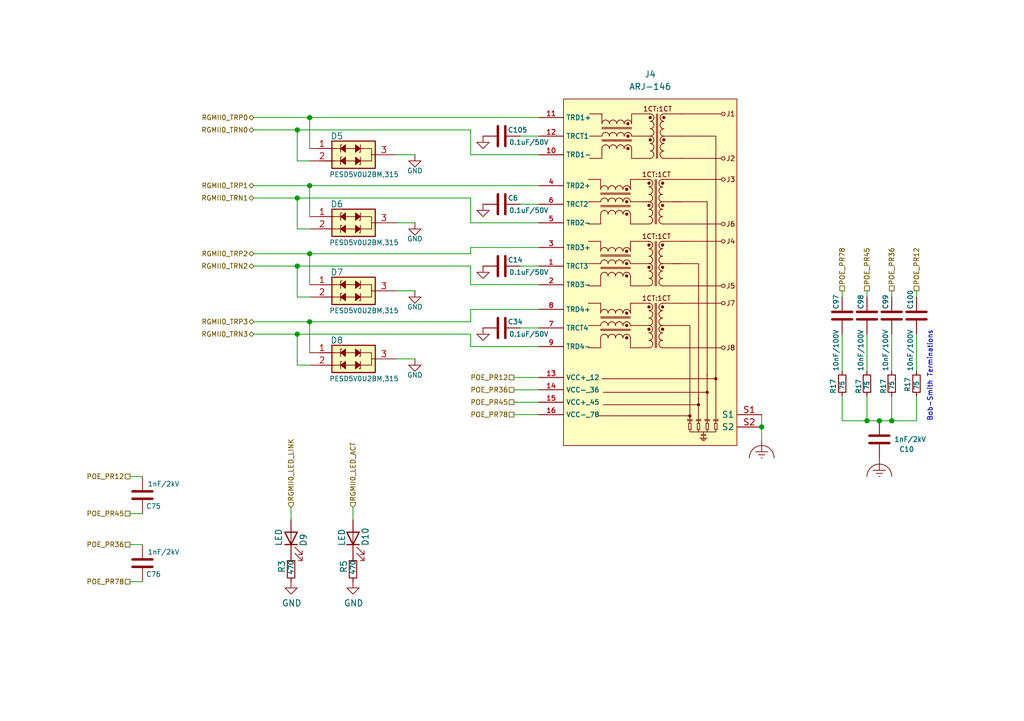
<source format=kicad_sch>
(kicad_sch (version 20250114) (generator "eeschema") (generator_version "9.0")
  (paper "A5")
  (title_block (title "ETH0") (company "OpenSoundCam"))
  (lib_symbols
    (symbol "Device:C" (pin_numbers (hide yes)) (pin_names (offset 0.254))
      (property "Reference" "C" (at 0.635 2.54 0))
      (property "Value" "C" (at 0.635 -2.54 0))
      (symbol "C_1_1"
        (pin passive line (at 0 3.81 270) (length 2.794) (name "~") (number "1"))
        (pin passive line (at 0 -3.81 90) (length 2.794) (name "~") (number "2"))
      )
    )
    (symbol "Device:LED" (pin_numbers (hide yes)) (pin_names (offset 1.016) (hide yes))
      (property "Reference" "D" (at 0 2.54 0))
      (property "Value" "LED" (at 0 -2.54 0))
      (symbol "LED_1_1"
        (pin passive line (at -3.81 0 0) (length 2.54) (name "K") (number "1"))
        (pin passive line (at 3.81 0 180) (length 2.54) (name "A") (number "2"))
      )
    )
    (symbol "Device:R_Small" (pin_numbers (hide yes)) (pin_names (offset 0.254) (hide yes))
      (property "Reference" "R" (at 0.762 0.508 0))
      (property "Value" "R_Small" (at 0.762 -1.016 0))
      (symbol "R_Small_1_1"
        (pin passive line (at 0 2.54 270) (length 0.762) (name "~") (number "1"))
        (pin passive line (at 0 -2.54 90) (length 0.762) (name "~") (number "2"))
      )
    )
    (symbol "PESD5V0U2BM:PESD5V0U2BM,315"
      (property "Reference" "D" (at 19.05 7.62 0))
      (property "Value" "PESD5V0U2BM,315" (at 19.05 5.08 0))
      (symbol "PESD5V0U2BM,315_1_1"
        (pin passive line (at 0 0 0) (length 5.08) (name "") (number "1"))
        (pin passive line (at 0 -2.54 0) (length 5.08) (name "") (number "2"))
        (pin passive line (at 17.78 -1.27 180) (length 5.08) (name "") (number "3"))
      )
    )
    (symbol "arj-146:ARJ-146"
      (property "Reference" "J?" (at 17.018 70.612 0))
      (property "Value" "ARJ-146" (at 17.018 68.072 0))
      (symbol "ARJ-146_1_1"
        (text "1CT:1CT\n" (at 19.05 49.276 0) (effects (font (size 0.9906 0.9906))))
        (text "1CT:1CT\n" (at 19.05 36.576 0) (effects (font (size 0.9906 0.9906))))
        (text "1CT:1CT\n" (at 19.05 23.876 0) (effects (font (size 0.9906 0.9906))))
        (text "1CT:1CT\n" (at 19.304 62.738 0) (effects (font (size 0.9906 0.9906))))
        (text "J1" (at 34.29 61.722 0) (effects (font (size 1.016 1.016))))
        (text "J2\n" (at 34.29 52.578 0) (effects (font (size 1.016 1.016))))
        (text "J3" (at 34.29 48.26 0) (effects (font (size 1.016 1.016))))
        (text "J6" (at 34.29 39.116 0) (effects (font (size 1.016 1.016))))
        (text "J4" (at 34.29 35.56 0) (effects (font (size 1.016 1.016))))
        (text "J5" (at 34.29 26.416 0) (effects (font (size 1.016 1.016))))
        (text "J7" (at 34.29 22.86 0) (effects (font (size 1.016 1.016))))
        (text "J8" (at 34.29 13.716 0) (effects (font (size 1.016 1.016))))
        (pin passive line (at -5.08 60.96 0) (length 5.08) (name "TRD1+") (number "11"))
        (pin passive line (at -5.08 57.15 0) (length 5.08) (name "TRCT1") (number "12"))
        (pin passive line (at -5.08 53.34 0) (length 5.08) (name "TRD1-") (number "10"))
        (pin passive line (at -5.08 46.99 0) (length 5.08) (name "TRD2+") (number "4"))
        (pin passive line (at -5.08 43.18 0) (length 5.08) (name "TRCT2") (number "6"))
        (pin passive line (at -5.08 39.37 0) (length 5.08) (name "TRD2-") (number "5"))
        (pin passive line (at -5.08 34.29 0) (length 5.08) (name "TRD3+") (number "3"))
        (pin passive line (at -5.08 30.48 0) (length 5.08) (name "TRCT3") (number "1"))
        (pin passive line (at -5.08 26.67 0) (length 5.08) (name "TRD3-") (number "2"))
        (pin passive line (at -5.08 21.59 0) (length 5.08) (name "TRD4+") (number "8"))
        (pin passive line (at -5.08 17.78 0) (length 5.08) (name "TRCT4") (number "7"))
        (pin passive line (at -5.08 13.97 0) (length 5.08) (name "TRD4-") (number "9"))
        (pin passive line (at -5.08 7.62 0) (length 5.08) (name "VCC+_12") (number "13"))
        (pin passive line (at -5.08 5.08 0) (length 5.08) (name "VCC-_36") (number "14"))
        (pin passive line (at -5.08 2.54 0) (length 5.08) (name "VCC+_45") (number "15"))
        (pin passive line (at -5.08 0 0) (length 5.08) (name "VCC-_78") (number "16"))
        (pin passive line (at 40.64 0 180) (length 5.08) (name "S1") (number "S1"))
        (pin passive line (at 40.64 -2.54 180) (length 5.08) (name "S2") (number "S2"))
      )
    )
    (symbol "matrix_rpi-rescue:R_Small-matrix_rpi-rescue-matrix_rpi-rescue" (pin_numbers (hide yes)) (pin_names (offset 0.254) (hide yes))
      (property "Reference" "R" (at 0.762 0.508 0))
      (property "Value" "matrix_rpi-rescue_R_Small-matrix_rpi-rescue" (at 0.762 -1.016 0))
      (symbol "R_Small-matrix_rpi-rescue-matrix_rpi-rescue_1_1"
        (pin passive line (at 0 2.54 270) (length 0.762) (name "~") (number "1"))
        (pin passive line (at 0 -2.54 90) (length 0.762) (name "~") (number "2"))
      )
    )
    (symbol "power:Earth_Clean" (power) (pin_names (offset 0))
      (symbol "Earth_Clean_1_1"
        (pin power_in line (at 0 0 270) (length 0) (hide yes) (name "Earth_Clean") (number "1"))
      )
    )
    (symbol "power:GND" (power) (pin_numbers (hide yes)) (pin_names (offset 0) (hide yes))
      (property "Value" "GND" (at 0 -3.81 0))
      (symbol "GND_1_1"
        (pin power_in line (at 0 0 270) (length 0) (name "~") (number "1"))
      )
    )
  )
  (text "Bob-Smith Terminations" (at 190.754 77.216 90) (effects (font (size 1 1))))
  (junction (at 63.5 24.13))
  (junction (at 60.96 68.58))
  (junction (at 180.34 86.36))
  (junction (at 60.96 54.61))
  (junction (at 60.96 40.64))
  (junction (at 177.8 86.36))
  (junction (at 63.5 66.04))
  (junction (at 156.21 87.63))
  (junction (at 182.88 86.36))
  (junction (at 60.96 26.67))
  (junction (at 63.5 52.07))
  (junction (at 63.5 38.1))
  (wire (pts (xy 60.96 46.99) (xy 60.96 40.64)))
  (wire (pts (xy 63.5 24.13) (xy 110.49 24.13)))
  (wire (pts (xy 187.96 68.58) (xy 187.96 76.2)))
  (wire (pts (xy 96.52 40.64) (xy 96.52 45.72)))
  (wire (pts (xy 63.5 60.96) (xy 60.96 60.96)))
  (wire (pts (xy 60.96 40.64) (xy 96.52 40.64)))
  (wire (pts (xy 85.09 31.75) (xy 81.28 31.75)))
  (wire (pts (xy 106.68 41.91) (xy 110.49 41.91)))
  (wire (pts (xy 105.41 77.47) (xy 110.49 77.47)))
  (wire (pts (xy 60.96 68.58) (xy 60.96 74.93)))
  (wire (pts (xy 60.96 26.67) (xy 96.52 26.67)))
  (wire (pts (xy 182.88 86.36) (xy 187.96 86.36)))
  (wire (pts (xy 96.52 54.61) (xy 96.52 58.42)))
  (wire (pts (xy 72.39 106.68) (xy 72.39 104.14)))
  (wire (pts (xy 63.5 46.99) (xy 60.96 46.99)))
  (wire (pts (xy 177.8 81.28) (xy 177.8 86.36)))
  (wire (pts (xy 177.8 86.36) (xy 172.72 86.36)))
  (wire (pts (xy 63.5 52.07) (xy 96.52 52.07)))
  (wire (pts (xy 63.5 38.1) (xy 110.49 38.1)))
  (wire (pts (xy 96.52 58.42) (xy 110.49 58.42)))
  (wire (pts (xy 63.5 74.93) (xy 60.96 74.93)))
  (wire (pts (xy 96.52 66.04) (xy 96.52 63.5)))
  (wire (pts (xy 105.41 80.01) (xy 110.49 80.01)))
  (wire (pts (xy 52.07 52.07) (xy 63.5 52.07)))
  (wire (pts (xy 52.07 68.58) (xy 60.96 68.58)))
  (wire (pts (xy 177.8 86.36) (xy 180.34 86.36)))
  (wire (pts (xy 172.72 81.28) (xy 172.72 86.36)))
  (wire (pts (xy 63.5 33.02) (xy 60.96 33.02)))
  (wire (pts (xy 52.07 38.1) (xy 63.5 38.1)))
  (wire (pts (xy 182.88 81.28) (xy 182.88 86.36)))
  (wire (pts (xy 96.52 45.72) (xy 110.49 45.72)))
  (wire (pts (xy 96.52 26.67) (xy 96.52 31.75)))
  (wire (pts (xy 105.41 85.09) (xy 110.49 85.09)))
  (wire (pts (xy 105.41 82.55) (xy 110.49 82.55)))
  (wire (pts (xy 106.68 67.31) (xy 110.49 67.31)))
  (wire (pts (xy 63.5 52.07) (xy 63.5 58.42)))
  (wire (pts (xy 60.96 54.61) (xy 96.52 54.61)))
  (wire (pts (xy 85.09 73.66) (xy 81.28 73.66)))
  (wire (pts (xy 26.67 119.38) (xy 29.21 119.38)))
  (wire (pts (xy 96.52 71.12) (xy 110.49 71.12)))
  (wire (pts (xy 63.5 38.1) (xy 63.5 44.45)))
  (wire (pts (xy 96.52 68.58) (xy 96.52 71.12)))
  (wire (pts (xy 52.07 26.67) (xy 60.96 26.67)))
  (wire (pts (xy 156.21 87.63) (xy 156.21 90.17)))
  (wire (pts (xy 187.96 81.28) (xy 187.96 86.36)))
  (wire (pts (xy 156.21 85.09) (xy 156.21 87.63)))
  (wire (pts (xy 52.07 66.04) (xy 63.5 66.04)))
  (wire (pts (xy 182.88 59.69) (xy 182.88 60.96)))
  (wire (pts (xy 60.96 68.58) (xy 96.52 68.58)))
  (wire (pts (xy 26.67 111.76) (xy 29.21 111.76)))
  (wire (pts (xy 96.52 63.5) (xy 110.49 63.5)))
  (wire (pts (xy 59.69 106.68) (xy 59.69 104.14)))
  (wire (pts (xy 177.8 59.69) (xy 177.8 60.96)))
  (wire (pts (xy 187.96 59.69) (xy 187.96 60.96)))
  (wire (pts (xy 172.72 59.69) (xy 172.72 60.96)))
  (wire (pts (xy 110.49 50.8) (xy 96.52 50.8)))
  (wire (pts (xy 63.5 24.13) (xy 63.5 30.48)))
  (wire (pts (xy 96.52 31.75) (xy 110.49 31.75)))
  (wire (pts (xy 180.34 86.36) (xy 182.88 86.36)))
  (wire (pts (xy 182.88 68.58) (xy 182.88 76.2)))
  (wire (pts (xy 106.68 54.61) (xy 110.49 54.61)))
  (wire (pts (xy 52.07 40.64) (xy 60.96 40.64)))
  (wire (pts (xy 60.96 33.02) (xy 60.96 26.67)))
  (wire (pts (xy 60.96 60.96) (xy 60.96 54.61)))
  (wire (pts (xy 85.09 45.72) (xy 81.28 45.72)))
  (wire (pts (xy 96.52 52.07) (xy 96.52 50.8)))
  (wire (pts (xy 52.07 24.13) (xy 63.5 24.13)))
  (wire (pts (xy 26.67 97.79) (xy 29.21 97.79)))
  (wire (pts (xy 26.67 105.41) (xy 29.21 105.41)))
  (wire (pts (xy 63.5 66.04) (xy 63.5 72.39)))
  (wire (pts (xy 63.5 66.04) (xy 96.52 66.04)))
  (wire (pts (xy 52.07 54.61) (xy 60.96 54.61)))
  (wire (pts (xy 172.72 68.58) (xy 172.72 76.2)))
  (wire (pts (xy 177.8 68.58) (xy 177.8 76.2)))
  (wire (pts (xy 106.68 27.94) (xy 110.49 27.94)))
  (wire (pts (xy 85.09 59.69) (xy 81.28 59.69)))
  (hierarchical_label "RGMII0_TRP0" (shape bidirectional) (at 52.07 24.13 180) (effects (font (size 0.9906 0.9906))))
  (hierarchical_label "POE_PR36" (shape passive) (at 105.41 80.01 180) (effects (font (size 1 1))))
  (hierarchical_label "RGMII0_TRN2" (shape bidirectional) (at 52.07 54.61 180) (effects (font (size 0.9906 0.9906))))
  (hierarchical_label "RGMII0_TRN1" (shape bidirectional) (at 52.07 40.64 180) (effects (font (size 0.9906 0.9906))))
  (hierarchical_label "RGMII0_LED_LINK" (shape input) (at 59.69 104.14 90) (effects (font (size 1.016 1.016))))
  (hierarchical_label "RGMII0_TRP1" (shape bidirectional) (at 52.07 38.1 180) (effects (font (size 0.9906 0.9906))))
  (hierarchical_label "POE_PR12" (shape passive) (at 187.96 59.69 90) (effects (font (size 1 1))))
  (hierarchical_label "RGMII0_LED_ACT" (shape input) (at 72.39 104.14 90) (effects (font (size 1.016 1.016))))
  (hierarchical_label "POE_PR12" (shape passive) (at 105.41 77.47 180) (effects (font (size 1 1))))
  (hierarchical_label "RGMII0_TRN3" (shape bidirectional) (at 52.07 68.58 180) (effects (font (size 0.9906 0.9906))))
  (hierarchical_label "POE_PR36" (shape passive) (at 182.88 59.69 90) (effects (font (size 1 1))))
  (hierarchical_label "POE_PR36" (shape passive) (at 26.67 111.76 180) (effects (font (size 1 1))))
  (hierarchical_label "POE_PR45" (shape passive) (at 105.41 82.55 180) (effects (font (size 1 1))))
  (hierarchical_label "RGMII0_TRP3" (shape bidirectional) (at 52.07 66.04 180) (effects (font (size 0.9906 0.9906))))
  (hierarchical_label "POE_PR45" (shape passive) (at 26.67 105.41 180) (effects (font (size 1 1))))
  (hierarchical_label "RGMII0_TRP2" (shape bidirectional) (at 52.07 52.07 180) (effects (font (size 0.9906 0.9906))))
  (hierarchical_label "POE_PR45" (shape passive) (at 177.8 59.69 90) (effects (font (size 1 1))))
  (hierarchical_label "POE_PR78" (shape passive) (at 26.67 119.38 180) (effects (font (size 1 1))))
  (hierarchical_label "POE_PR12" (shape passive) (at 26.67 97.79 180) (effects (font (size 1 1))))
  (hierarchical_label "POE_PR78" (shape passive) (at 105.41 85.09 180) (effects (font (size 1 1))))
  (hierarchical_label "RGMII0_TRN0" (shape bidirectional) (at 52.07 26.67 180) (effects (font (size 0.9906 0.9906))))
  (hierarchical_label "POE_PR78" (shape passive) (at 172.72 59.69 90) (effects (font (size 1 1))))
  (symbol (lib_id "Device:R_Small") (at 72.39 116.84 180) (unit 1)
    (property "Reference" "R5" (at 70.485 114.935 90) (effects (justify left)))
    (property "Value" "470" (at 72.39 114.935 90) (effects (font (size 1 1)) (justify left)))
    (property "Footprint" "smd:R_0402_1005Metric" (effects (hide yes)))
    (property "Datasheet" "https://api.pim.na.industrial.panasonic.com/file_stream/main/fileversion/1263" (effects (hide yes)))
    (property "Manufacturer_Part_Number" "0402WGF470LTCE" (effects (hide yes)))
    (property "LCSC" "C423162" (effects (hide yes)))
  )
  (symbol (lib_id "power:GND") (at 72.39 119.38 0) (unit 1)
    (property "Reference" "#PWR0124" (effects (hide yes)))
    (property "Value" "GND" (at 72.517 123.7742 0))
  )
  (symbol (lib_id "PESD5V0U2BM:PESD5V0U2BM,315") (at 63.5 44.45 0) (unit 1)
    (property "Reference" "D6" (at 69.088 41.91 0))
    (property "Value" "PESD5V0U2BM,315" (at 74.676 49.784 0) (effects (font (size 1 1))))
    (property "Footprint" "smd:PESD3V3L2UM315" (effects (hide yes)))
    (property "Datasheet" "https://assets.nexperia.com/documents/data-sheet/PESD5V0U2BM.pdf" (effects (hide yes)))
    (property "Description" "PESD5V0U2BM - Ultra low capacitance bidirectional double ESD protection array" (effects (hide yes)))
    (property "Mouser Price/Stock" "https://www.mouser.co.uk/ProductDetail/Nexperia/PESD5V0U2BM315?qs=PJ263BbL1t2vLeZnWjFr1w%3D%3D" (effects (hide yes)))
    (property "Manufacturer_Name" "Nexperia" (effects (hide yes)))
    (property "Manufacturer_Part_Number" "PESD5V0U2BM,315" (effects (hide yes)))
    (property "LCSC" "C552578" (effects (hide yes)))
  )
  (symbol (lib_id "power:GND") (at 99.06 54.61 0) (unit 1)
    (property "Reference" "#PWR067" (effects (hide yes)))
    (property "Value" "GND" (effects (hide yes)))
    (property "Description" "Power symbol creates a global label with name \"GND\" , ground" (effects (hide yes)))
  )
  (symbol (lib_id "PESD5V0U2BM:PESD5V0U2BM,315") (at 63.5 58.42 0) (unit 1)
    (property "Reference" "D7" (at 69.088 55.88 0))
    (property "Value" "PESD5V0U2BM,315" (at 74.676 63.754 0) (effects (font (size 1 1))))
    (property "Footprint" "smd:PESD3V3L2UM315" (effects (hide yes)))
    (property "Datasheet" "https://assets.nexperia.com/documents/data-sheet/PESD5V0U2BM.pdf" (effects (hide yes)))
    (property "Description" "PESD5V0U2BM - Ultra low capacitance bidirectional double ESD protection array" (effects (hide yes)))
    (property "Mouser Price/Stock" "https://www.mouser.co.uk/ProductDetail/Nexperia/PESD5V0U2BM315?qs=PJ263BbL1t2vLeZnWjFr1w%3D%3D" (effects (hide yes)))
    (property "Manufacturer_Name" "Nexperia" (effects (hide yes)))
    (property "Manufacturer_Part_Number" "PESD5V0U2BM,315" (effects (hide yes)))
    (property "LCSC" "C552578" (effects (hide yes)))
  )
  (symbol (lib_id "Device:C") (at 102.87 67.31 270) (mirror x) (unit 1)
    (property "Reference" "C34" (at 104.14 66.04 90) (effects (font (size 1 1)) (justify left)))
    (property "Value" "0.1uF/50V" (at 104.394 68.58 90) (effects (font (size 1 1)) (justify left)))
    (property "Footprint" "smd:C_0402_1005Metric" (effects (hide yes)))
    (property "Datasheet" "https://search.murata.co.jp/Ceramy/image/img/A01X/G101/ENG/GRM155R71H104KE14-01.pdf" (effects (hide yes)))
    (property "Description" "CAP CER 0.1UF 50V X7R 0402" (effects (hide yes)))
    (property "Manufacturer_Part_Number" "GRM155R71H104KE14D" (effects (hide yes)))
    (property "LCSC" "C77020" (effects (hide yes)))
  )
  (symbol (lib_id "power:Earth_Clean") (at 180.34 93.98 0) (unit 1)
    (property "Reference" "#PWR01" (effects (hide yes)))
    (property "Value" "Earth_Clean" (effects (hide yes)))
    (property "Description" "Power symbol creates a global label with name \"Earth_Clean\"" (effects (hide yes)))
  )
  (symbol (lib_id "power:GND") (at 85.09 59.69 0) (unit 1)
    (property "Reference" "#PWR025" (effects (hide yes)))
    (property "Value" "GND" (at 85.09 62.992 0) (effects (font (size 1 1))))
    (property "Description" "Power symbol creates a global label with name \"GND\" , ground" (effects (hide yes)))
  )
  (symbol (lib_id "matrix_rpi-rescue:R_Small-matrix_rpi-rescue-matrix_rpi-rescue") (at 172.72 78.74 0) (mirror y) (unit 1)
    (property "Reference" "R13" (at 170.8785 80.8355 90) (effects (font (size 1 1)) (justify left)))
    (property "Value" "75" (at 172.72 80.01 90) (effects (font (size 0.889 0.889)) (justify left)))
    (property "Footprint" "Resistor_SMD:R_0402_1005Metric" (effects (hide yes)))
    (property "Datasheet" "https://industrial.panasonic.com/cdbs/www-data/pdf/RDA0000/AOA0000C304.pdf" (effects (hide yes)))
    (property "Description" "75 Ohms ±1% 0.1W, 1/10W Chip Resistor 0402 (1005 Metric) Automotive AEC-Q200 Thick Film" (effects (hide yes)))
    (property "Manufacturer_Part_Number" " NQ02WGJ0750TCE" (effects (hide yes)))
    (property "LCSC" "C25133" (effects (hide yes)))
    (instances (project "matrix_rpi" (path "" (reference "R17") (unit 1))) (project "power_watch_computer_board" (path "" (reference "R100") (unit 1))) (project "controller" (path "" (reference "R13") (unit 1))))
  )
  (symbol (lib_id "Device:C") (at 177.8 64.77 0) (unit 1)
    (property "Reference" "C8" (at 176.53 63.5 90) (effects (font (size 1 1)) (justify left)))
    (property "Value" "10nF/100V" (at 176.53 76.2 90) (effects (font (size 1 1)) (justify left)))
    (property "Footprint" "Capacitor_SMD:C_0805_2012Metric" (effects (hide yes)))
    (property "Datasheet" "https://connect.kemet.com:7667/gateway/IntelliData-ComponentDocumentation/1.0/download/datasheet/C0805C103J1RACTU" (effects (hide yes)))
    (property "Description" "10000 pF ±5% 100V Ceramic Capacitor X7R 0805 (2012 Metric)" (effects (hide yes)))
    (property "Manufacturer_Part_Number" "CC0805KRX7R0BB103" (effects (hide yes)))
    (property "LCSC" "C107135" (effects (hide yes)))
    (instances (project "power_watch_computer_board" (path "" (reference "C98") (unit 1))) (project "controller" (path "" (reference "C8") (unit 1))))
  )
  (symbol (lib_id "Device:C") (at 180.34 90.17 0) (unit 1)
    (property "Reference" "C10" (at 184.404 92.202 0) (effects (font (size 1 1)) (justify left)))
    (property "Value" "1nF/2kV" (at 183.388 90.17 0) (effects (font (size 1 1)) (justify left)))
    (property "Footprint" "Capacitor_SMD:C_1206_3216Metric" (effects (hide yes)))
    (property "Datasheet" "https://www.johansondielectrics.com/downloads/catalog/johanson-dielectrics-product-catalog.pdf" (effects (hide yes)))
    (property "Description" "CAP CER 1000PF 2KV X7R 1206" (effects (hide yes)))
    (property "Manufacturer_Part_Number" "1206B102K202NT" (effects (hide yes)))
    (property "LCSC" "C9196" (effects (hide yes)))
  )
  (symbol (lib_id "Device:LED") (at 59.69 110.49 90) (unit 1)
    (property "Reference" "D9" (at 62.23 109.474 0) (effects (justify right)))
    (property "Value" "LED" (at 57.15 108.458 0) (effects (justify right)))
    (property "Footprint" "LED_SMD:LED_0402_1005Metric" (effects (hide yes)))
    (property "Datasheet" "https://www.qt-brightek.com/datasheet/QBLP595-IW-2897.pdf" (effects (hide yes)))
    (property "Manufacturer_Part_Number" "A-SP136G2C-C01-3T" (effects (hide yes)))
    (property "LCSC" "C5160718" (effects (hide yes)))
  )
  (symbol (lib_id "Device:C") (at 29.21 115.57 180) (unit 1)
    (property "Reference" "C44" (at 33.02 117.856 0) (effects (font (size 1 1)) (justify left)))
    (property "Value" "1nF/2kV" (at 36.83 113.284 0) (effects (font (size 1 1)) (justify left)))
    (property "Footprint" "Capacitor_SMD:C_1206_3216Metric" (effects (hide yes)))
    (property "Datasheet" "1nF/2kV" (effects (hide yes)))
    (property "Description" "CAP CER 1000PF 200V C0G/NP0 1206" (effects (hide yes)))
    (property "Manufacturer_Part_Number" "1206B102K202NT" (effects (hide yes)))
    (property "LCSC" "C9196" (effects (hide yes)))
    (instances (project "power_watch_computer_board" (path "" (reference "C76") (unit 1))) (project "controller" (path "" (reference "C44") (unit 1))))
  )
  (symbol (lib_id "Device:C") (at 182.88 64.77 0) (unit 1)
    (property "Reference" "C9" (at 181.61 63.5 90) (effects (font (size 1 1)) (justify left)))
    (property "Value" "10nF/100V" (at 181.61 76.2 90) (effects (font (size 1 1)) (justify left)))
    (property "Footprint" "Capacitor_SMD:C_0805_2012Metric" (effects (hide yes)))
    (property "Datasheet" "https://connect.kemet.com:7667/gateway/IntelliData-ComponentDocumentation/1.0/download/datasheet/C0805C103J1RACTU" (effects (hide yes)))
    (property "Description" "10000 pF ±5% 100V Ceramic Capacitor X7R 0805 (2012 Metric)" (effects (hide yes)))
    (property "Manufacturer_Part_Number" "CC0805KRX7R0BB103" (effects (hide yes)))
    (property "LCSC" "C107135" (effects (hide yes)))
    (instances (project "power_watch_computer_board" (path "" (reference "C99") (unit 1))) (project "controller" (path "" (reference "C9") (unit 1))))
  )
  (symbol (lib_id "power:GND") (at 59.69 119.38 0) (unit 1)
    (property "Reference" "#PWR082" (effects (hide yes)))
    (property "Value" "GND" (at 59.817 123.7742 0))
  )
  (symbol (lib_id "power:GND") (at 85.09 45.72 0) (unit 1)
    (property "Reference" "#PWR017" (effects (hide yes)))
    (property "Value" "GND" (at 85.09 49.022 0) (effects (font (size 1 1))))
    (property "Description" "Power symbol creates a global label with name \"GND\" , ground" (effects (hide yes)))
  )
  (symbol (lib_id "Device:C") (at 102.87 27.94 270) (mirror x) (unit 1)
    (property "Reference" "C5" (at 104.14 26.67 90) (effects (font (size 1 1)) (justify left)))
    (property "Value" "0.1uF/50V" (at 104.394 29.21 90) (effects (font (size 1 1)) (justify left)))
    (property "Footprint" "smd:C_0402_1005Metric" (effects (hide yes)))
    (property "Datasheet" "https://search.murata.co.jp/Ceramy/image/img/A01X/G101/ENG/GRM155R71H104KE14-01.pdf" (effects (hide yes)))
    (property "Description" "CAP CER 0.1UF 50V X7R 0402" (effects (hide yes)))
    (property "Manufacturer_Part_Number" "GRM155R71H104KE14D" (effects (hide yes)))
    (property "LCSC" "C77020" (effects (hide yes)))
    (instances (project "power_watch_computer_board" (path "" (reference "C105") (unit 1))) (project "controller" (path "" (reference "C5") (unit 1))))
  )
  (symbol (lib_id "power:GND") (at 99.06 67.31 0) (unit 1)
    (property "Reference" "#PWR066" (effects (hide yes)))
    (property "Value" "GND" (effects (hide yes)))
    (property "Description" "Power symbol creates a global label with name \"GND\" , ground" (effects (hide yes)))
  )
  (symbol (lib_id "matrix_rpi-rescue:R_Small-matrix_rpi-rescue-matrix_rpi-rescue") (at 177.8 78.74 0) (mirror y) (unit 1)
    (property "Reference" "R31" (at 176.0855 80.8355 90) (effects (font (size 1 1)) (justify left)))
    (property "Value" "75" (at 177.8 80.01 90) (effects (font (size 0.889 0.889)) (justify left)))
    (property "Footprint" "Resistor_SMD:R_0402_1005Metric" (effects (hide yes)))
    (property "Datasheet" "https://industrial.panasonic.com/cdbs/www-data/pdf/RDA0000/AOA0000C304.pdf" (effects (hide yes)))
    (property "Description" "75 Ohms ±1% 0.1W, 1/10W Chip Resistor 0402 (1005 Metric) Automotive AEC-Q200 Thick Film" (effects (hide yes)))
    (property "Manufacturer_Part_Number" " NQ02WGJ0750TCE" (effects (hide yes)))
    (property "LCSC" "C25133" (effects (hide yes)))
    (instances (project "matrix_rpi" (path "" (reference "R17") (unit 1))) (project "power_watch_computer_board" (path "" (reference "R101") (unit 1))) (project "controller" (path "" (reference "R31") (unit 1))))
  )
  (symbol (lib_id "arj-146:ARJ-146") (at 115.57 85.09 0) (unit 1)
    (property "Reference" "J4" (at 133.35 15.24 0))
    (property "Value" "ARJ-146" (at 133.35 17.78 0))
    (property "Footprint" "Conn:ARJ146" (effects (hide yes)))
    (property "Description" "Modular Connectors / Ethernet Connectors PoE 15W, 48V 350mA IL -1.2dB" (effects (hide yes)))
    (property "Mouser Price/Stock" "https://www.mouser.co.uk/ProductDetail/ABRACON/ARJ-146?qs=73bO73rho2i8vnpquVCqiw%3D%3D" (effects (hide yes)))
    (property "Manufacturer_Name" "ABRACON" (effects (hide yes)))
    (property "Manufacturer_Part_Number" "ARJ-146" (effects (hide yes)))
    (property "LCSC" "C6465659" (effects (hide yes)))
  )
  (symbol (lib_id "Device:C") (at 102.87 41.91 270) (mirror x) (unit 1)
    (property "Reference" "C6" (at 104.14 40.64 90) (effects (font (size 1 1)) (justify left)))
    (property "Value" "0.1uF/50V" (at 104.394 43.18 90) (effects (font (size 1 1)) (justify left)))
    (property "Footprint" "smd:C_0402_1005Metric" (effects (hide yes)))
    (property "Datasheet" "https://search.murata.co.jp/Ceramy/image/img/A01X/G101/ENG/GRM155R71H104KE14-01.pdf" (effects (hide yes)))
    (property "Description" "CAP CER 0.1UF 50V X7R 0402" (effects (hide yes)))
    (property "Manufacturer_Part_Number" "GRM155R71H104KE14D" (effects (hide yes)))
    (property "LCSC" "C77020" (effects (hide yes)))
  )
  (symbol (lib_id "power:Earth_Clean") (at 156.21 90.17 0) (unit 1)
    (property "Reference" "#PWR013" (effects (hide yes)))
    (property "Value" "Earth_Clean" (effects (hide yes)))
    (property "Description" "Power symbol creates a global label with name \"Earth_Clean\"" (effects (hide yes)))
  )
  (symbol (lib_id "Device:C") (at 29.21 101.6 180) (unit 1)
    (property "Reference" "C43" (at 33.02 103.886 0) (effects (font (size 1 1)) (justify left)))
    (property "Value" "1nF/2kV" (at 36.83 99.314 0) (effects (font (size 1 1)) (justify left)))
    (property "Footprint" "Capacitor_SMD:C_1206_3216Metric" (effects (hide yes)))
    (property "Datasheet" "1nF/2kV" (effects (hide yes)))
    (property "Description" "CAP CER 1000PF 200V C0G/NP0 1206" (effects (hide yes)))
    (property "Manufacturer_Part_Number" "1206B102K202NT" (effects (hide yes)))
    (property "LCSC" "C9196" (effects (hide yes)))
    (instances (project "power_watch_computer_board" (path "" (reference "C75") (unit 1))) (project "controller" (path "" (reference "C43") (unit 1))))
  )
  (symbol (lib_id "Device:R_Small") (at 59.69 116.84 180) (unit 1)
    (property "Reference" "R3" (at 57.785 114.935 90) (effects (justify left)))
    (property "Value" "470" (at 59.69 114.935 90) (effects (font (size 1 1)) (justify left)))
    (property "Footprint" "smd:R_0402_1005Metric" (effects (hide yes)))
    (property "Datasheet" "https://api.pim.na.industrial.panasonic.com/file_stream/main/fileversion/1263" (effects (hide yes)))
    (property "Manufacturer_Part_Number" "0402WGF470LTCE" (effects (hide yes)))
    (property "LCSC" "C423162" (effects (hide yes)))
  )
  (symbol (lib_id "power:GND") (at 99.06 41.91 0) (unit 1)
    (property "Reference" "#PWR026" (effects (hide yes)))
    (property "Value" "GND" (effects (hide yes)))
    (property "Description" "Power symbol creates a global label with name \"GND\" , ground" (effects (hide yes)))
  )
  (symbol (lib_id "matrix_rpi-rescue:R_Small-matrix_rpi-rescue-matrix_rpi-rescue") (at 187.96 78.74 0) (mirror y) (unit 1)
    (property "Reference" "R33" (at 186.1185 80.4545 90) (effects (font (size 1 1)) (justify left)))
    (property "Value" "75" (at 187.96 80.01 90) (effects (font (size 0.889 0.889)) (justify left)))
    (property "Footprint" "Resistor_SMD:R_0402_1005Metric" (effects (hide yes)))
    (property "Datasheet" "https://industrial.panasonic.com/cdbs/www-data/pdf/RDA0000/AOA0000C304.pdf" (effects (hide yes)))
    (property "Description" "75 Ohms ±1% 0.1W, 1/10W Chip Resistor 0402 (1005 Metric) Automotive AEC-Q200 Thick Film" (effects (hide yes)))
    (property "Manufacturer_Part_Number" " NQ02WGJ0750TCE" (effects (hide yes)))
    (property "LCSC" "C25133" (effects (hide yes)))
    (instances (project "matrix_rpi" (path "" (reference "R17") (unit 1))) (project "power_watch_computer_board" (path "" (reference "R103") (unit 1))) (project "controller" (path "" (reference "R33") (unit 1))))
  )
  (symbol (lib_id "Device:LED") (at 72.39 110.49 90) (unit 1)
    (property "Reference" "D10" (at 74.93 108.204 0) (effects (justify right)))
    (property "Value" "LED" (at 70.104 108.458 0) (effects (justify right)))
    (property "Footprint" "LED_SMD:LED_0402_1005Metric" (effects (hide yes)))
    (property "Datasheet" "https://www.qt-brightek.com/datasheet/QBLP595-IW-2897.pdf" (effects (hide yes)))
    (property "Manufacturer_Part_Number" "A-SP136G2C-C01-3T" (effects (hide yes)))
    (property "LCSC" "C5160718" (effects (hide yes)))
  )
  (symbol (lib_id "Device:C") (at 187.96 64.77 0) (unit 1)
    (property "Reference" "C11" (at 186.69 63.5 90) (effects (font (size 1 1)) (justify left)))
    (property "Value" "10nF/100V" (at 186.69 76.2 90) (effects (font (size 1 1)) (justify left)))
    (property "Footprint" "Capacitor_SMD:C_0805_2012Metric" (effects (hide yes)))
    (property "Datasheet" "https://connect.kemet.com:7667/gateway/IntelliData-ComponentDocumentation/1.0/download/datasheet/C0805C103J1RACTU" (effects (hide yes)))
    (property "Description" "10000 pF ±5% 100V Ceramic Capacitor X7R 0805 (2012 Metric)" (effects (hide yes)))
    (property "Manufacturer_Part_Number" "CC0805KRX7R0BB103" (effects (hide yes)))
    (property "LCSC" "C107135" (effects (hide yes)))
    (instances (project "power_watch_computer_board" (path "" (reference "C100") (unit 1))) (project "controller" (path "" (reference "C11") (unit 1))))
  )
  (symbol (lib_id "Device:C") (at 172.72 64.77 0) (unit 1)
    (property "Reference" "C7" (at 171.45 63.5 90) (effects (font (size 1 1)) (justify left)))
    (property "Value" "10nF/100V" (at 171.45 76.2 90) (effects (font (size 1 1)) (justify left)))
    (property "Footprint" "Capacitor_SMD:C_0805_2012Metric" (effects (hide yes)))
    (property "Datasheet" "https://connect.kemet.com:7667/gateway/IntelliData-ComponentDocumentation/1.0/download/datasheet/C0805C103J1RACTU" (effects (hide yes)))
    (property "Description" "10000 pF ±5% 100V Ceramic Capacitor X7R 0805 (2012 Metric)" (effects (hide yes)))
    (property "Manufacturer_Part_Number" "CC0805KRX7R0BB103" (effects (hide yes)))
    (property "LCSC" "C107135" (effects (hide yes)))
    (instances (project "power_watch_computer_board" (path "" (reference "C97") (unit 1))) (project "controller" (path "" (reference "C7") (unit 1))))
  )
  (symbol (lib_id "power:GND") (at 85.09 31.75 0) (unit 1)
    (property "Reference" "#PWR011" (effects (hide yes)))
    (property "Value" "GND" (at 85.09 35.052 0) (effects (font (size 1 1))))
    (property "Description" "Power symbol creates a global label with name \"GND\" , ground" (effects (hide yes)))
  )
  (symbol (lib_id "Device:C") (at 102.87 54.61 270) (mirror x) (unit 1)
    (property "Reference" "C14" (at 104.14 53.34 90) (effects (font (size 1 1)) (justify left)))
    (property "Value" "0.1uF/50V" (at 104.394 55.88 90) (effects (font (size 1 1)) (justify left)))
    (property "Footprint" "smd:C_0402_1005Metric" (effects (hide yes)))
    (property "Datasheet" "https://search.murata.co.jp/Ceramy/image/img/A01X/G101/ENG/GRM155R71H104KE14-01.pdf" (effects (hide yes)))
    (property "Description" "CAP CER 0.1UF 50V X7R 0402" (effects (hide yes)))
    (property "Manufacturer_Part_Number" "GRM155R71H104KE14D" (effects (hide yes)))
    (property "LCSC" "C77020" (effects (hide yes)))
  )
  (symbol (lib_id "power:GND") (at 99.06 27.94 0) (unit 1)
    (property "Reference" "#PWR09" (effects (hide yes)))
    (property "Value" "GND" (effects (hide yes)))
    (property "Description" "Power symbol creates a global label with name \"GND\" , ground" (effects (hide yes)))
  )
  (symbol (lib_id "PESD5V0U2BM:PESD5V0U2BM,315") (at 63.5 72.39 0) (unit 1)
    (property "Reference" "D8" (at 69.088 69.85 0))
    (property "Value" "PESD5V0U2BM,315" (at 74.676 77.724 0) (effects (font (size 1 1))))
    (property "Footprint" "smd:PESD3V3L2UM315" (effects (hide yes)))
    (property "Datasheet" "https://assets.nexperia.com/documents/data-sheet/PESD5V0U2BM.pdf" (effects (hide yes)))
    (property "Description" "PESD5V0U2BM - Ultra low capacitance bidirectional double ESD protection array" (effects (hide yes)))
    (property "Mouser Price/Stock" "https://www.mouser.co.uk/ProductDetail/Nexperia/PESD5V0U2BM315?qs=PJ263BbL1t2vLeZnWjFr1w%3D%3D" (effects (hide yes)))
    (property "Manufacturer_Name" "Nexperia" (effects (hide yes)))
    (property "Manufacturer_Part_Number" "PESD5V0U2BM,315" (effects (hide yes)))
    (property "LCSC" "C552578" (effects (hide yes)))
  )
  (symbol (lib_id "matrix_rpi-rescue:R_Small-matrix_rpi-rescue-matrix_rpi-rescue") (at 182.88 78.74 0) (mirror y) (unit 1)
    (property "Reference" "R32" (at 181.1655 80.8355 90) (effects (font (size 1 1)) (justify left)))
    (property "Value" "75" (at 182.88 80.01 90) (effects (font (size 0.889 0.889)) (justify left)))
    (property "Footprint" "Resistor_SMD:R_0402_1005Metric" (effects (hide yes)))
    (property "Datasheet" "https://industrial.panasonic.com/cdbs/www-data/pdf/RDA0000/AOA0000C304.pdf" (effects (hide yes)))
    (property "Description" "75 Ohms ±1% 0.1W, 1/10W Chip Resistor 0402 (1005 Metric) Automotive AEC-Q200 Thick Film" (effects (hide yes)))
    (property "Manufacturer_Part_Number" " NQ02WGJ0750TCE" (effects (hide yes)))
    (property "LCSC" "C25133" (effects (hide yes)))
    (instances (project "matrix_rpi" (path "" (reference "R17") (unit 1))) (project "power_watch_computer_board" (path "" (reference "R102") (unit 1))) (project "controller" (path "" (reference "R32") (unit 1))))
  )
  (symbol (lib_id "power:GND") (at 85.09 73.66 0) (unit 1)
    (property "Reference" "#PWR061" (effects (hide yes)))
    (property "Value" "GND" (at 85.09 76.962 0) (effects (font (size 1 1))))
    (property "Description" "Power symbol creates a global label with name \"GND\" , ground" (effects (hide yes)))
  )
  (symbol (lib_id "PESD5V0U2BM:PESD5V0U2BM,315") (at 63.5 30.48 0) (unit 1)
    (property "Reference" "D5" (at 69.088 27.94 0))
    (property "Value" "PESD5V0U2BM,315" (at 74.676 35.814 0) (effects (font (size 1 1))))
    (property "Footprint" "smd:PESD3V3L2UM315" (effects (hide yes)))
    (property "Datasheet" "https://assets.nexperia.com/documents/data-sheet/PESD5V0U2BM.pdf" (effects (hide yes)))
    (property "Description" "PESD5V0U2BM - Ultra low capacitance bidirectional double ESD protection array" (effects (hide yes)))
    (property "Mouser Price/Stock" "https://www.mouser.co.uk/ProductDetail/Nexperia/PESD5V0U2BM315?qs=PJ263BbL1t2vLeZnWjFr1w%3D%3D" (effects (hide yes)))
    (property "Manufacturer_Name" "Nexperia" (effects (hide yes)))
    (property "Manufacturer_Part_Number" "PESD5V0U2BM,315" (effects (hide yes)))
    (property "LCSC" "C552578" (effects (hide yes)))
  )
)
</source>
